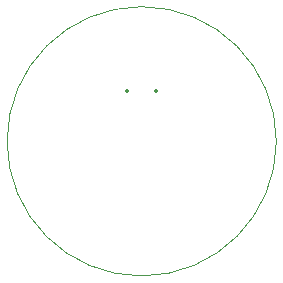
<source format=gko>
%TF.GenerationSoftware,KiCad,Pcbnew,8.0.6*%
%TF.CreationDate,2025-02-04T12:46:43+00:00*%
%TF.ProjectId,PCB,5043422e-6b69-4636-9164-5f7063625858,rev?*%
%TF.SameCoordinates,Original*%
%TF.FileFunction,Profile,NP*%
%FSLAX46Y46*%
G04 Gerber Fmt 4.6, Leading zero omitted, Abs format (unit mm)*
G04 Created by KiCad (PCBNEW 8.0.6) date 2025-02-04 12:46:43*
%MOMM*%
%LPD*%
G01*
G04 APERTURE LIST*
%TA.AperFunction,Profile*%
%ADD10C,0.050000*%
%TD*%
%ADD11C,0.350000*%
G04 APERTURE END LIST*
D10*
X159300000Y-100400000D02*
G75*
G02*
X136500000Y-100400000I-11400000J0D01*
G01*
X136500000Y-100400000D02*
G75*
G02*
X159300000Y-100400000I11400000J0D01*
G01*
D11*
X146650000Y-96175000D03*
X149150000Y-96175000D03*
M02*

</source>
